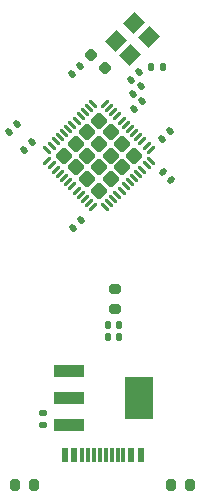
<source format=gbr>
%TF.GenerationSoftware,KiCad,Pcbnew,8.0.5*%
%TF.CreationDate,2024-10-18T17:30:21-04:00*%
%TF.ProjectId,STM32F4Example,53544d33-3246-4344-9578-616d706c652e,rev?*%
%TF.SameCoordinates,Original*%
%TF.FileFunction,Paste,Top*%
%TF.FilePolarity,Positive*%
%FSLAX46Y46*%
G04 Gerber Fmt 4.6, Leading zero omitted, Abs format (unit mm)*
G04 Created by KiCad (PCBNEW 8.0.5) date 2024-10-18 17:30:21*
%MOMM*%
%LPD*%
G01*
G04 APERTURE LIST*
G04 Aperture macros list*
%AMRoundRect*
0 Rectangle with rounded corners*
0 $1 Rounding radius*
0 $2 $3 $4 $5 $6 $7 $8 $9 X,Y pos of 4 corners*
0 Add a 4 corners polygon primitive as box body*
4,1,4,$2,$3,$4,$5,$6,$7,$8,$9,$2,$3,0*
0 Add four circle primitives for the rounded corners*
1,1,$1+$1,$2,$3*
1,1,$1+$1,$4,$5*
1,1,$1+$1,$6,$7*
1,1,$1+$1,$8,$9*
0 Add four rect primitives between the rounded corners*
20,1,$1+$1,$2,$3,$4,$5,0*
20,1,$1+$1,$4,$5,$6,$7,0*
20,1,$1+$1,$6,$7,$8,$9,0*
20,1,$1+$1,$8,$9,$2,$3,0*%
%AMRotRect*
0 Rectangle, with rotation*
0 The origin of the aperture is its center*
0 $1 length*
0 $2 width*
0 $3 Rotation angle, in degrees counterclockwise*
0 Add horizontal line*
21,1,$1,$2,0,0,$3*%
G04 Aperture macros list end*
%ADD10RoundRect,0.140000X0.140000X0.170000X-0.140000X0.170000X-0.140000X-0.170000X0.140000X-0.170000X0*%
%ADD11RoundRect,0.140000X-0.021213X0.219203X-0.219203X0.021213X0.021213X-0.219203X0.219203X-0.021213X0*%
%ADD12RoundRect,0.140000X0.021213X-0.219203X0.219203X-0.021213X-0.021213X0.219203X-0.219203X0.021213X0*%
%ADD13R,2.500000X1.100000*%
%ADD14R,2.340000X3.600000*%
%ADD15RoundRect,0.140000X-0.219203X-0.021213X-0.021213X-0.219203X0.219203X0.021213X0.021213X0.219203X0*%
%ADD16RoundRect,0.218750X0.335876X0.026517X0.026517X0.335876X-0.335876X-0.026517X-0.026517X-0.335876X0*%
%ADD17RotRect,1.400000X1.200000X225.000000*%
%ADD18RoundRect,0.140000X0.170000X-0.140000X0.170000X0.140000X-0.170000X0.140000X-0.170000X-0.140000X0*%
%ADD19R,0.600000X1.240000*%
%ADD20R,0.300000X1.240000*%
%ADD21RoundRect,0.140000X-0.140000X-0.170000X0.140000X-0.170000X0.140000X0.170000X-0.140000X0.170000X0*%
%ADD22RoundRect,0.200000X-0.200000X-0.275000X0.200000X-0.275000X0.200000X0.275000X-0.200000X0.275000X0*%
%ADD23RoundRect,0.250000X0.000000X0.445477X-0.445477X0.000000X0.000000X-0.445477X0.445477X0.000000X0*%
%ADD24RoundRect,0.062500X0.220971X0.309359X-0.309359X-0.220971X-0.220971X-0.309359X0.309359X0.220971X0*%
%ADD25RoundRect,0.062500X-0.220971X0.309359X-0.309359X0.220971X0.220971X-0.309359X0.309359X-0.220971X0*%
%ADD26RoundRect,0.200000X0.200000X0.275000X-0.200000X0.275000X-0.200000X-0.275000X0.200000X-0.275000X0*%
%ADD27RoundRect,0.200000X-0.275000X0.200000X-0.275000X-0.200000X0.275000X-0.200000X0.275000X0.200000X0*%
G04 APERTURE END LIST*
D10*
%TO.C,C12*%
X107980000Y-100400000D03*
X107020000Y-100400000D03*
%TD*%
%TO.C,C10*%
X107980000Y-99400000D03*
X107020000Y-99400000D03*
%TD*%
D11*
%TO.C,C2*%
X104739411Y-90560589D03*
X104060589Y-91239411D03*
%TD*%
D12*
%TO.C,C1*%
X109260589Y-81139411D03*
X109939411Y-80460589D03*
%TD*%
%TO.C,C7*%
X109160589Y-79839411D03*
X109839411Y-79160589D03*
%TD*%
D11*
%TO.C,C8*%
X109639411Y-77960589D03*
X108960589Y-78639411D03*
%TD*%
D13*
%TO.C,U2*%
X103759999Y-103300000D03*
X103760000Y-105600000D03*
X103759999Y-107900000D03*
D14*
X109700000Y-105600000D03*
%TD*%
D15*
%TO.C,C4*%
X111660589Y-86460589D03*
X112339411Y-87139411D03*
%TD*%
D11*
%TO.C,C6*%
X104639411Y-77460589D03*
X103960589Y-78139411D03*
%TD*%
D16*
%TO.C,L1*%
X106756847Y-77656847D03*
X105643153Y-76543153D03*
%TD*%
D11*
%TO.C,C13*%
X99339411Y-82360589D03*
X98660589Y-83039411D03*
%TD*%
D17*
%TO.C,X1*%
X109276777Y-73821142D03*
X107721142Y-75376777D03*
X108923223Y-76578858D03*
X110478858Y-75023223D03*
%TD*%
D18*
%TO.C,C11*%
X101500000Y-107860000D03*
X101500000Y-106900000D03*
%TD*%
D12*
%TO.C,C5*%
X111621178Y-83678822D03*
X112300000Y-83000000D03*
%TD*%
D19*
%TO.C,U3*%
X103400000Y-110432500D03*
X104200000Y-110432500D03*
D20*
X105350000Y-110432500D03*
X106350000Y-110432500D03*
X106850000Y-110432500D03*
X107850000Y-110432500D03*
D19*
X109800000Y-110432500D03*
X109000000Y-110432500D03*
D20*
X108350000Y-110432500D03*
X107350000Y-110432500D03*
X105850000Y-110432500D03*
X104850000Y-110432500D03*
%TD*%
D21*
%TO.C,C9*%
X110720000Y-77600000D03*
X111680000Y-77600000D03*
%TD*%
D22*
%TO.C,R1*%
X112375000Y-113000000D03*
X114025000Y-113000000D03*
%TD*%
D23*
%TO.C,U4*%
X109255984Y-85075223D03*
X108266035Y-84085274D03*
X107276085Y-83095324D03*
X106286136Y-82105375D03*
X108266035Y-86065172D03*
X107276085Y-85075223D03*
X106286136Y-84085274D03*
X105296187Y-83095324D03*
X107276085Y-87055122D03*
X106286136Y-86065172D03*
X105296187Y-85075223D03*
X104306237Y-84085274D03*
X106286136Y-88045071D03*
X105296187Y-87055122D03*
X104306237Y-86065172D03*
X103316288Y-85075223D03*
D24*
X110661359Y-84589087D03*
X110307806Y-84235534D03*
X109954252Y-83881980D03*
X109600699Y-83528427D03*
X109247146Y-83174874D03*
X108893592Y-82821320D03*
X108540039Y-82467767D03*
X108186485Y-82114213D03*
X107832932Y-81760660D03*
X107479379Y-81407107D03*
X107125825Y-81053553D03*
X106772272Y-80700000D03*
D25*
X105800000Y-80700000D03*
X105446447Y-81053553D03*
X105092893Y-81407107D03*
X104739340Y-81760660D03*
X104385787Y-82114213D03*
X104032233Y-82467767D03*
X103678680Y-82821320D03*
X103325126Y-83174874D03*
X102971573Y-83528427D03*
X102618020Y-83881980D03*
X102264466Y-84235534D03*
X101910913Y-84589087D03*
D24*
X101910913Y-85561359D03*
X102264466Y-85914912D03*
X102618020Y-86268466D03*
X102971573Y-86622019D03*
X103325126Y-86975572D03*
X103678680Y-87329126D03*
X104032233Y-87682679D03*
X104385787Y-88036233D03*
X104739340Y-88389786D03*
X105092893Y-88743339D03*
X105446447Y-89096893D03*
X105800000Y-89450446D03*
D25*
X106772272Y-89450446D03*
X107125825Y-89096893D03*
X107479379Y-88743339D03*
X107832932Y-88389786D03*
X108186485Y-88036233D03*
X108540039Y-87682679D03*
X108893592Y-87329126D03*
X109247146Y-86975572D03*
X109600699Y-86622019D03*
X109954252Y-86268466D03*
X110307806Y-85914912D03*
X110661359Y-85561359D03*
%TD*%
D26*
%TO.C,R3*%
X100800000Y-113000000D03*
X99150000Y-113000000D03*
%TD*%
D27*
%TO.C,R2*%
X107600000Y-96375000D03*
X107600000Y-98025000D03*
%TD*%
D11*
%TO.C,C3*%
X100639411Y-83960589D03*
X99960589Y-84639411D03*
%TD*%
M02*

</source>
